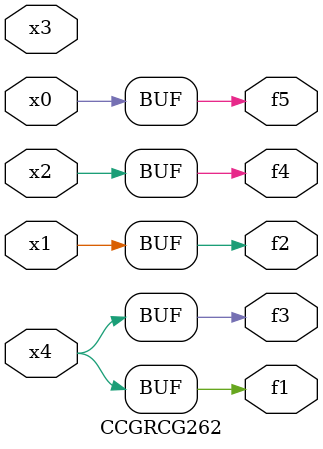
<source format=v>
module CCGRCG262(
	input x0, x1, x2, x3, x4,
	output f1, f2, f3, f4, f5
);
	assign f1 = x4;
	assign f2 = x1;
	assign f3 = x4;
	assign f4 = x2;
	assign f5 = x0;
endmodule

</source>
